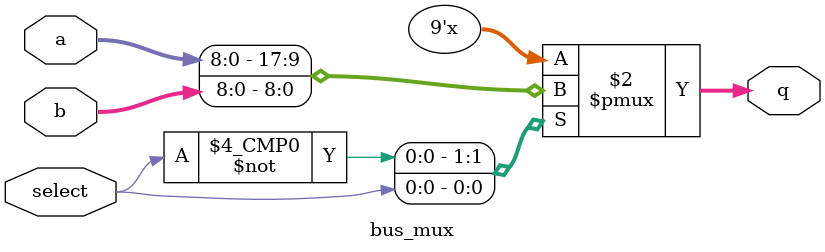
<source format=sv>
module bus_mux (output logic [8:0] q, input logic [8:0] a,b, input logic select);

// 9-bit 2x1 bux // 

// q[7:0] will be used as data
// q[8] will be used as the control for the 'write' pin of the LCD controller
// input a is from the ROM
// input b is from the MCU (SPI2)

always_comb begin

	case(select)

		1'b0 : begin
			q = a;
		end

		1'b1 : begin
			q = b;
		end

	endcase

end

endmodule


</source>
